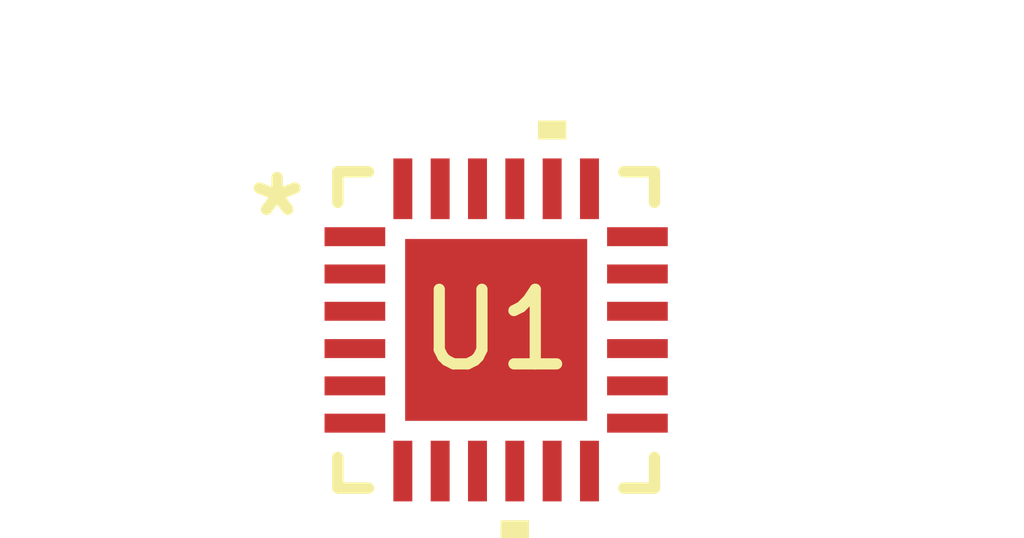
<source format=kicad_pcb>
(kicad_pcb (version 20240108) (generator "pcbnew") (generator_version "8.0")
  (layers (0 "F.Cu" signal) (31 "B.Cu" signal) (34 "B.Paste" user) (35 "F.Paste" user) (36 "B.SilkS" user "B.Silkscreen") (37 "F.SilkS" user "F.Silkscreen") (38 "B.Mask" user) (39 "F.Mask" user) (44 "Edge.Cuts" user))
  (net 0 "")
  (net 1 "+5V")
  (net 3 "GND")
  (footprint "footprints:CP_24_2_ADI" (layer "F.Cu") (at 107.3327 83.05)
    (property "Reference" "U1" (at 0 0 0) (layer "F.SilkS"))
    (property "Value" "ADL5370ACPZ-R7")
    (fp_line (start -2.1209 -2.1209) (end -2.1209 -1.70974) (stroke (width 0.1524)) (layer "F.SilkS"))
    (fp_line (start -2.1209 1.70974) (end -2.1209 2.1209) (stroke (width 0.1524)) (layer "F.SilkS"))
    (fp_line (start -2.1209 2.1209) (end -1.70974 2.1209) (stroke (width 0.1524)) (layer "F.SilkS"))
    (fp_line (start -1.70974 -2.1209) (end -2.1209 -2.1209) (stroke (width 0.1524)) (layer "F.SilkS"))
    (fp_line (start 1.70974 2.1209) (end 2.1209 2.1209) (stroke (width 0.1524)) (layer "F.SilkS"))
    (fp_line (start 2.1209 -2.1209) (end 1.70974 -2.1209) (stroke (width 0.1524)) (layer "F.SilkS"))
    (fp_line (start 2.1209 -1.70974) (end 2.1209 -2.1209) (stroke (width 0.1524)) (layer "F.SilkS"))
    (fp_line (start 2.1209 2.1209) (end 2.1209 1.70974) (stroke (width 0.1524)) (layer "F.SilkS"))
    (fp_poly (pts (xy 0.059499 2.5527) (xy 0.059499 2.8067) (xy 0.4405 2.8067) (xy 0.4405 2.5527)) (fill solid) (layer "F.SilkS"))
    (fp_poly (pts (xy 0.559501 -2.5527) (xy 0.559501 -2.8067) (xy 0.940501 -2.8067) (xy 0.940501 -2.5527)) (fill solid) (layer "F.SilkS"))
    (fp_text user "*" (at -2.9337 -1.5 0) (layer "F.SilkS"))
    (fp_text user "*" (at -2.9337 -1.5 0) (layer "F.SilkS"))
    (pad "1" smd rect (at -1.8923 -1.25 90) (size 0.254 0.8128) (layers "F.Cu" "F.Paste" "F.Mask") (net 3 "GND"))
    (pad "2" smd rect (at -1.8923 -0.750001 90) (size 0.254 0.8128) (layers "F.Cu" "F.Paste" "F.Mask") (net 3 "GND"))
    (pad "3" smd rect (at -1.8923 -0.25 90) (size 0.254 0.8128) (layers "F.Cu" "F.Paste" "F.Mask") (net 1 "+5V"))
    (pad "4" smd rect (at -1.8923 0.25 90) (size 0.254 0.8128) (layers "F.Cu" "F.Paste" "F.Mask") (net 1 "+5V"))
    (pad "5" smd rect (at -1.8923 0.750001 90) (size 0.254 0.8128) (layers "F.Cu" "F.Paste" "F.Mask") (net 1 "+5V"))
    (pad "6" smd rect (at -1.8923 1.25 90) (size 0.254 0.8128) (layers "F.Cu" "F.Paste" "F.Mask") (net 1 "+5V"))
    (pad "7" smd rect (at -1.25 1.8923) (size 0.254 0.8128) (layers "F.Cu" "F.Paste" "F.Mask") (net 3 "GND"))
    (pad "8" smd rect (at -0.750001 1.8923) (size 0.254 0.8128) (layers "F.Cu" "F.Paste" "F.Mask"))
    (pad "9" smd rect (at -0.25 1.8923) (size 0.254 0.8128) (layers "F.Cu" "F.Paste" "F.Mask"))
    (pad "10" smd rect (at 0.25 1.8923) (size 0.254 0.8128) (layers "F.Cu" "F.Paste" "F.Mask") (net 3 "GND"))
    (pad "11" smd rect (at 0.750001 1.8923) (size 0.254 0.8128) (layers "F.Cu" "F.Paste" "F.Mask") (net 3 "GND"))
    (pad "12" smd rect (at 1.25 1.8923) (size 0.254 0.8128) (layers "F.Cu" "F.Paste" "F.Mask") (net 3 "GND"))
    (pad "13" smd rect (at 1.8923 1.25 90) (size 0.254 0.8128) (layers "F.Cu" "F.Paste" "F.Mask"))
    (pad "14" smd rect (at 1.8923 0.750001 90) (size 0.254 0.8128) (layers "F.Cu" "F.Paste" "F.Mask") (net 1 "+5V"))
    (pad "15" smd rect (at 1.8923 0.25 90) (size 0.254 0.8128) (layers "F.Cu" "F.Paste" "F.Mask") (net 1 "+5V"))
    (pad "16" smd rect (at 1.8923 -0.25 90) (size 0.254 0.8128) (layers "F.Cu" "F.Paste" "F.Mask") (net 1 "+5V"))
    (pad "17" smd rect (at 1.8923 -0.750001 90) (size 0.254 0.8128) (layers "F.Cu" "F.Paste" "F.Mask") (net 1 "+5V"))
    (pad "18" smd rect (at 1.8923 -1.25 90) (size 0.254 0.8128) (layers "F.Cu" "F.Paste" "F.Mask") (net 1 "+5V"))
    (pad "19" smd rect (at 1.25 -1.8923) (size 0.254 0.8128) (layers "F.Cu" "F.Paste" "F.Mask"))
    (pad "20" smd rect (at 0.750001 -1.8923) (size 0.254 0.8128) (layers "F.Cu" "F.Paste" "F.Mask"))
    (pad "21" smd rect (at 0.25 -1.8923) (size 0.254 0.8128) (layers "F.Cu" "F.Paste" "F.Mask") (net 3 "GND"))
    (pad "22" smd rect (at -0.25 -1.8923) (size 0.254 0.8128) (layers "F.Cu" "F.Paste" "F.Mask") (net 3 "GND"))
    (pad "23" smd rect (at -0.750001 -1.8923) (size 0.254 0.8128) (layers "F.Cu" "F.Paste" "F.Mask"))
    (pad "24" smd rect (at -1.25 -1.8923) (size 0.254 0.8128) (layers "F.Cu" "F.Paste" "F.Mask"))
    (pad "25" smd rect (at 0 0) (size 2.4384 2.4384) (layers "F.Cu" "F.Paste" "F.Mask"))
  )
)
</source>
